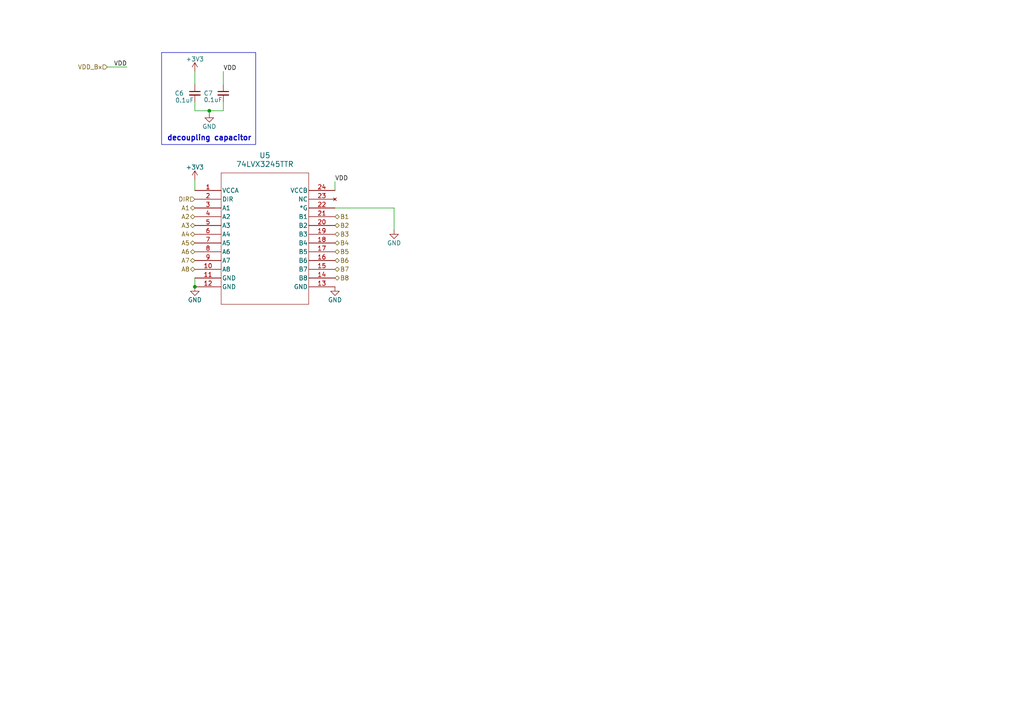
<source format=kicad_sch>
(kicad_sch (version 20230121) (generator eeschema)
  (paper "A4")
  (title_block (title "DMX_ESP_Stepper-controler") (date "2023-09-25") (rev "0.5") (company "l'électron rare") (comment 1 "SAILLANT Clément") (comment 2 "c.saillant@gmail.com") (comment 3 "+33 6 25 33 44 20"))
  (lib_symbols
    (symbol "2023-09-29_23-05-30:74LVX3245TTR" (pin_names (offset 0.254))
      (property "Reference" "U" (at 20.32 10.16 0))
      (property "Value" "74LVX3245TTR" (at 20.32 7.62 0))
      (symbol "74LVX3245TTR_0_1"
        (polyline (pts (xy 7.62 -33.02) (xy 33.02 -33.02)) (stroke (width 0.127)))
        (polyline (pts (xy 7.62 5.08) (xy 7.62 -33.02)) (stroke (width 0.127)))
        (polyline (pts (xy 33.02 -33.02) (xy 33.02 5.08)) (stroke (width 0.127)))
        (polyline (pts (xy 33.02 5.08) (xy 7.62 5.08)) (stroke (width 0.127)))
        (pin power_in line (at 0 0 0) (length 7.62) (name "VCCA") (number "1"))
        (pin bidirectional line (at 0 -22.86 0) (length 7.62) (name "A8") (number "10"))
        (pin power_out line (at 0 -25.4 0) (length 7.62) (name "GND") (number "11"))
        (pin power_out line (at 0 -27.94 0) (length 7.62) (name "GND") (number "12"))
        (pin power_out line (at 40.64 -27.94 180) (length 7.62) (name "GND") (number "13"))
        (pin bidirectional line (at 40.64 -25.4 180) (length 7.62) (name "B8") (number "14"))
        (pin bidirectional line (at 40.64 -22.86 180) (length 7.62) (name "B7") (number "15"))
        (pin bidirectional line (at 40.64 -20.32 180) (length 7.62) (name "B6") (number "16"))
        (pin bidirectional line (at 40.64 -17.78 180) (length 7.62) (name "B5") (number "17"))
        (pin bidirectional line (at 40.64 -15.24 180) (length 7.62) (name "B4") (number "18"))
        (pin bidirectional line (at 40.64 -12.7 180) (length 7.62) (name "B3") (number "19"))
        (pin input line (at 0 -2.54 0) (length 7.62) (name "DIR") (number "2"))
        (pin bidirectional line (at 40.64 -10.16 180) (length 7.62) (name "B2") (number "20"))
        (pin bidirectional line (at 40.64 -7.62 180) (length 7.62) (name "B1") (number "21"))
        (pin input line (at 40.64 -5.08 180) (length 7.62) (name "*G") (number "22"))
        (pin no_connect line (at 40.64 -2.54 180) (length 7.62) (name "NC") (number "23"))
        (pin power_in line (at 40.64 0 180) (length 7.62) (name "VCCB") (number "24"))
        (pin bidirectional line (at 0 -5.08 0) (length 7.62) (name "A1") (number "3"))
        (pin bidirectional line (at 0 -7.62 0) (length 7.62) (name "A2") (number "4"))
        (pin bidirectional line (at 0 -10.16 0) (length 7.62) (name "A3") (number "5"))
        (pin bidirectional line (at 0 -12.7 0) (length 7.62) (name "A4") (number "6"))
        (pin bidirectional line (at 0 -15.24 0) (length 7.62) (name "A5") (number "7"))
        (pin bidirectional line (at 0 -17.78 0) (length 7.62) (name "A6") (number "8"))
        (pin bidirectional line (at 0 -20.32 0) (length 7.62) (name "A7") (number "9"))
      )
    )
    (symbol "Device:C_Small" (pin_numbers hide) (pin_names (offset 0.254) hide)
      (property "Reference" "C" (at 0.254 1.778 0))
      (property "Value" "Device_C_Small" (at 0.254 -2.032 0))
      (symbol "C_Small_0_1"
        (polyline (pts (xy -1.524 -0.508) (xy 1.524 -0.508)) (stroke (width 0.3302)))
        (polyline (pts (xy -1.524 0.508) (xy 1.524 0.508)) (stroke (width 0.3048)))
      )
      (symbol "C_Small_1_1"
        (pin passive line (at 0 2.54 270) (length 2.032) (name "~") (number "1"))
        (pin passive line (at 0 -2.54 90) (length 2.032) (name "~") (number "2"))
      )
    )
    (symbol "power:+3.3V" (power) (pin_names (offset 0))
      (property "Value" "power_+3.3V" (at 0 3.556 0))
      (symbol "+3.3V_0_1"
        (polyline (pts (xy -0.762 1.27) (xy 0 2.54)))
        (polyline (pts (xy 0 0) (xy 0 2.54)))
        (polyline (pts (xy 0 2.54) (xy 0.762 1.27)))
      )
      (symbol "+3.3V_1_1"
        (pin power_in line (at 0 0 90) (length 0) hide (name "+3V3") (number "1"))
      )
    )
    (symbol "power:GND" (power) (pin_names (offset 0))
      (property "Value" "power_GND" (at 0 -3.81 0))
      (symbol "GND_0_1"
        (polyline (pts (xy 0 0) (xy 0 -1.27) (xy 1.27 -1.27) (xy 0 -2.54) (xy -1.27 -1.27) (xy 0 -1.27)))
      )
      (symbol "GND_1_1"
        (pin power_in line (at 0 0 270) (length 0) hide (name "GND") (number "1"))
      )
    )
  )
  (junction (at 60.706 32.131))
  (junction (at 56.515 83.185))
  (wire (pts (xy 56.515 20.701) (xy 56.515 24.511)))
  (wire (pts (xy 97.155 52.705) (xy 97.155 55.245)))
  (wire (pts (xy 56.515 52.07) (xy 56.515 55.245)))
  (wire (pts (xy 114.3 66.675) (xy 114.3 60.325)))
  (wire (pts (xy 31.115 19.431) (xy 36.83 19.431)))
  (wire (pts (xy 64.77 32.131) (xy 64.77 29.591)))
  (wire (pts (xy 64.77 24.511) (xy 64.77 20.701)))
  (wire (pts (xy 56.515 29.591) (xy 56.515 32.131)))
  (wire (pts (xy 60.706 32.893) (xy 60.706 32.131)))
  (wire (pts (xy 60.706 32.131) (xy 64.77 32.131)))
  (wire (pts (xy 56.515 32.131) (xy 60.706 32.131)))
  (wire (pts (xy 56.515 80.645) (xy 56.515 83.185)))
  (wire (pts (xy 114.3 60.325) (xy 97.155 60.325)))
  (rectangle (start 46.863 15.24) (end 74.168 41.91))
  (text "decoupling capacitor" (at 48.387 41.021 0) (effects (font (size 1.524 1.524) (thickness 0.3048) bold) (justify left bottom)))
  (label "VDD" (at 97.155 52.705 0))
  (label "VDD" (at 36.83 19.431 180))
  (label "VDD" (at 64.77 20.701 0))
  (hierarchical_label "A7" (shape tri_state) (at 56.515 75.565 180))
  (hierarchical_label "A8" (shape tri_state) (at 56.515 78.105 180))
  (hierarchical_label "A2" (shape tri_state) (at 56.515 62.865 180))
  (hierarchical_label "A6" (shape tri_state) (at 56.515 73.025 180))
  (hierarchical_label "A3" (shape tri_state) (at 56.515 65.405 180))
  (hierarchical_label "B4" (shape tri_state) (at 97.155 70.485 0))
  (hierarchical_label "B7" (shape tri_state) (at 97.155 78.105 0))
  (hierarchical_label "B3" (shape tri_state) (at 97.155 67.945 0))
  (hierarchical_label "A1" (shape tri_state) (at 56.515 60.325 180))
  (hierarchical_label "A5" (shape tri_state) (at 56.515 70.485 180))
  (hierarchical_label "VDD_Bx" (shape input) (at 31.115 19.431 180))
  (hierarchical_label "DIR" (shape input) (at 56.515 57.785 180))
  (hierarchical_label "B8" (shape tri_state) (at 97.155 80.645 0))
  (hierarchical_label "B5" (shape tri_state) (at 97.155 73.025 0))
  (hierarchical_label "B1" (shape tri_state) (at 97.155 62.865 0))
  (hierarchical_label "B6" (shape tri_state) (at 97.155 75.565 0))
  (hierarchical_label "A4" (shape tri_state) (at 56.515 67.945 180))
  (hierarchical_label "B2" (shape tri_state) (at 97.155 65.405 0))
  (symbol (lib_id "power:+3.3V") (at 56.515 52.07 0) (unit 1)
    (property "Reference" "#PWR037" (effects hide))
    (property "Value" "+3.3V" (at 56.515 48.514 0))
    (instances (project "PCB" (path "" (reference "#PWR037") (unit 1)) (path "" (reference "#PWR037") (unit 1)) (path "" (reference "#PWR051") (unit 1))))
  )
  (symbol (lib_id "power:GND") (at 60.706 32.893 0) (unit 1)
    (property "Reference" "#PWR08" (effects hide))
    (property "Value" "GND" (at 60.706 36.703 0))
    (instances (project "PCB" (path "" (reference "#PWR08") (unit 1)) (path "" (reference "#PWR058") (unit 1)) (path "" (reference "#PWR060") (unit 1))))
  )
  (symbol (lib_id "power:GND") (at 97.155 83.185 0) (unit 1)
    (property "Reference" "#PWR039" (effects hide))
    (property "Value" "GND" (at 97.155 86.995 0))
    (instances (project "PCB" (path "" (reference "#PWR039") (unit 1)) (path "" (reference "#PWR040") (unit 1)) (path "" (reference "#PWR054") (unit 1))))
  )
  (symbol (lib_id "power:+3.3V") (at 56.515 20.701 0) (unit 1)
    (property "Reference" "#PWR023" (effects hide))
    (property "Value" "+3.3V" (at 56.515 17.145 0))
    (instances (project "PCB" (path "" (reference "#PWR023") (unit 1)) (path "" (reference "#PWR032") (unit 1)) (path "" (reference "#PWR059") (unit 1))))
  )
  (symbol (lib_id "power:GND") (at 56.515 83.185 0) (unit 1)
    (property "Reference" "#PWR038" (effects hide))
    (property "Value" "GND" (at 56.515 86.995 0))
    (instances (project "PCB" (path "" (reference "#PWR038") (unit 1)) (path "" (reference "#PWR038") (unit 1)) (path "" (reference "#PWR052") (unit 1))))
  )
  (symbol (lib_id "Device:C_Small") (at 64.77 27.051 0) (unit 1)
    (property "Reference" "C7" (at 59.055 27.051 0) (effects (justify left)))
    (property "Value" "0.1uF" (at 59.055 28.956 0) (effects (justify left)))
    (property "Footprint" "Capacitor_SMD:C_0603_1608Metric" (effects hide))
    (instances (project "PCB" (path "" (reference "C7") (unit 1)) (path "" (reference "C14") (unit 1)) (path "" (reference "C16") (unit 1))))
  )
  (symbol (lib_id "Device:C_Small") (at 56.515 27.051 0) (mirror y) (unit 1)
    (property "Reference" "C6" (at 53.34 27.051 0) (effects (justify left)))
    (property "Value" "0.1uF" (at 56.261 29.083 0) (effects (justify left)))
    (property "Footprint" "Capacitor_SMD:C_0603_1608Metric" (effects hide))
    (instances (project "PCB" (path "" (reference "C6") (unit 1)) (path "" (reference "C13") (unit 1)) (path "" (reference "C15") (unit 1))))
  )
  (symbol (lib_id "power:GND") (at 114.3 66.675 0) (unit 1)
    (property "Reference" "#PWR039" (effects hide))
    (property "Value" "GND" (at 114.3 70.485 0))
    (instances (project "PCB" (path "" (reference "#PWR039") (unit 1)) (path "" (reference "#PWR044") (unit 1)) (path "" (reference "#PWR055") (unit 1))))
  )
  (symbol (lib_id "2023-09-29_23-05-30:74LVX3245TTR") (at 56.515 55.245 0) (unit 1)
    (property "Reference" "U5" (at 76.835 45.085 0) (effects (font (size 1.524 1.524))))
    (property "Value" "74LVX3245TTR" (at 76.835 47.625 0) (effects (font (size 1.524 1.524))))
    (property "Footprint" "Package_SO:TSSOP-24_4.4x7.8mm_P0.65mm" (effects hide))
    (property "Datasheet" "74LVX3245TTR" (effects hide))
    (instances (project "PCB" (path "" (reference "U5") (unit 1)) (path "" (reference "U4") (unit 1)) (path "" (reference "U5") (unit 1))))
  )
)
</source>
